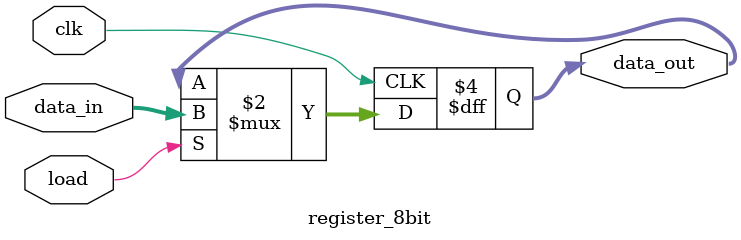
<source format=v>
module register_8bit (
    input wire clk,
    input wire load,
    input wire [7:0] data_in,
    output reg [7:0] data_out
);

    always @(posedge clk) begin
        if (load) begin
            data_out <= data_in;
        end
    end
endmodule
</source>
